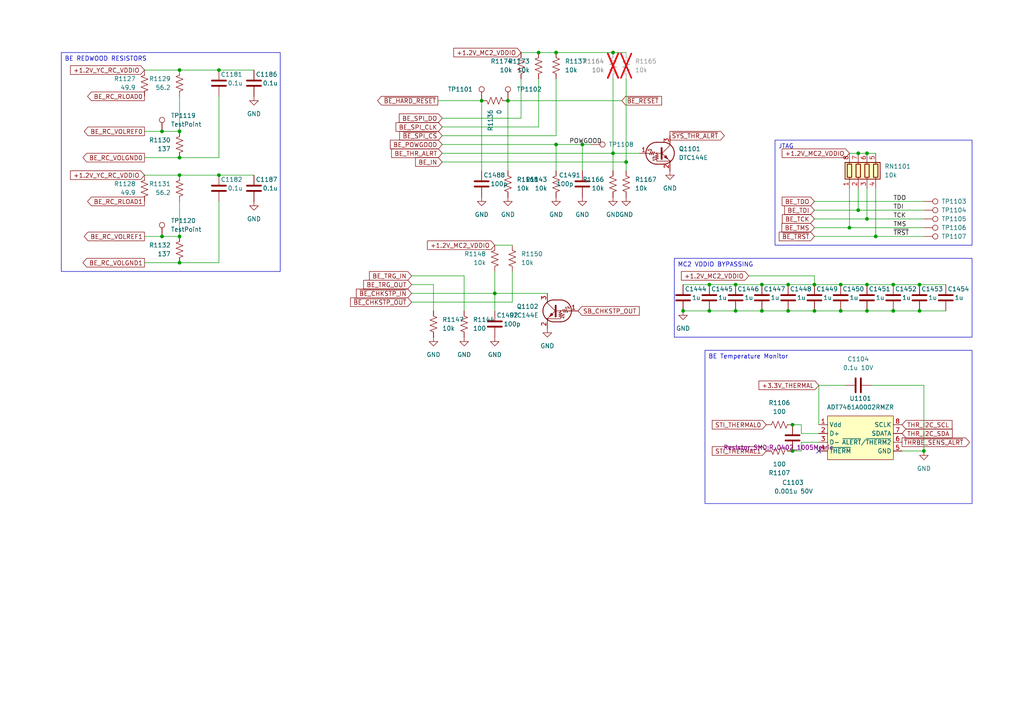
<source format=kicad_sch>
(kicad_sch (version 20231120) (generator "eeschema") (generator_version "8.0")
  (paper "A4")
  (lib_symbols
    (symbol "Connector:TestPoint" (pin_numbers hide) (pin_names (offset 0.762) hide)
      (property "Reference" "TP" (at 0 6.858 0))
      (property "Value" "TestPoint" (at 0 5.08 0))
      (symbol "TestPoint_0_1"
        (circle (center 0 3.302) (radius 0.762))
      )
      (symbol "TestPoint_1_1"
        (pin passive line (at 0 0 90) (length 2.54) (name "1") (number "1"))
      )
    )
    (symbol "Device:C" (pin_numbers hide) (pin_names (offset 0.254))
      (property "Reference" "C" (at 0.635 2.54 0))
      (property "Value" "C" (at 0.635 -2.54 0))
      (symbol "C_0_1"
        (polyline (pts (xy -2.032 -0.762) (xy 2.032 -0.762)) (stroke (width 0.508)))
        (polyline (pts (xy -2.032 0.762) (xy 2.032 0.762)) (stroke (width 0.508)))
      )
      (symbol "C_1_1"
        (pin passive line (at 0 3.81 270) (length 2.794) (name "~") (number "1"))
        (pin passive line (at 0 -3.81 90) (length 2.794) (name "~") (number "2"))
      )
    )
    (symbol "Device:R_Pack04" (pin_names (offset 0) hide)
      (property "Reference" "RN" (at -7.62 0 90))
      (property "Value" "R_Pack04" (at 5.08 0 90))
      (symbol "R_Pack04_0_1"
        (rectangle (start -6.35 -2.413) (end 3.81 2.413) (stroke (width 0.254)) (fill (type background)))
        (rectangle (start -5.715 1.905) (end -4.445 -1.905) (stroke (width 0.254)))
        (rectangle (start -3.175 1.905) (end -1.905 -1.905) (stroke (width 0.254)))
        (rectangle (start -0.635 1.905) (end 0.635 -1.905) (stroke (width 0.254)))
        (polyline (pts (xy -5.08 -2.54) (xy -5.08 -1.905)))
        (polyline (pts (xy -5.08 1.905) (xy -5.08 2.54)))
        (polyline (pts (xy -2.54 -2.54) (xy -2.54 -1.905)))
        (polyline (pts (xy -2.54 1.905) (xy -2.54 2.54)))
        (polyline (pts (xy 0 -2.54) (xy 0 -1.905)))
        (polyline (pts (xy 0 1.905) (xy 0 2.54)))
        (polyline (pts (xy 2.54 -2.54) (xy 2.54 -1.905)))
        (polyline (pts (xy 2.54 1.905) (xy 2.54 2.54)))
        (rectangle (start 1.905 1.905) (end 3.175 -1.905) (stroke (width 0.254)))
      )
      (symbol "R_Pack04_1_1"
        (pin passive line (at -5.08 -5.08 90) (length 2.54) (name "R1.1") (number "1"))
        (pin passive line (at -2.54 -5.08 90) (length 2.54) (name "R2.1") (number "2"))
        (pin passive line (at 0 -5.08 90) (length 2.54) (name "R3.1") (number "3"))
        (pin passive line (at 2.54 -5.08 90) (length 2.54) (name "R4.1") (number "4"))
        (pin passive line (at 2.54 5.08 270) (length 2.54) (name "R4.2") (number "5"))
        (pin passive line (at 0 5.08 270) (length 2.54) (name "R3.2") (number "6"))
        (pin passive line (at -2.54 5.08 270) (length 2.54) (name "R2.2") (number "7"))
        (pin passive line (at -5.08 5.08 270) (length 2.54) (name "R1.2") (number "8"))
      )
    )
    (symbol "Device:R_US" (pin_numbers hide) (pin_names (offset 0))
      (property "Reference" "R" (at 2.54 0 90))
      (property "Value" "R_US" (at -2.54 0 90))
      (symbol "R_US_0_1"
        (polyline (pts (xy 0 -2.286) (xy 0 -2.54)))
        (polyline (pts (xy 0 2.286) (xy 0 2.54)))
        (polyline (pts (xy 0 -0.762) (xy 1.016 -1.143) (xy 0 -1.524) (xy -1.016 -1.905) (xy 0 -2.286)))
        (polyline (pts (xy 0 0.762) (xy 1.016 0.381) (xy 0 0) (xy -1.016 -0.381) (xy 0 -0.762)))
        (polyline (pts (xy 0 2.286) (xy 1.016 1.905) (xy 0 1.524) (xy -1.016 1.143) (xy 0 0.762)))
      )
      (symbol "R_US_1_1"
        (pin passive line (at 0 3.81 270) (length 1.27) (name "~") (number "1"))
        (pin passive line (at 0 -3.81 90) (length 1.27) (name "~") (number "2"))
      )
    )
    (symbol "PS3:ADT7461A"
      (property "Reference" "U" (at 0 0 0))
      (symbol "ADT7461A_0_0"
        (pin power_in line (at -11.43 -3.81 0) (length 2.54) (name "Vdd") (number "1"))
        (pin input line (at -11.43 -6.35 0) (length 2.54) (name "D+") (number "2"))
        (pin input line (at -11.43 -8.89 0) (length 2.54) (name "D-") (number "3"))
        (pin output line (at -11.43 -11.43 0) (length 2.54) (name "~{THERM}") (number "4"))
        (pin power_in line (at 12.7 -11.43 180) (length 2.54) (name "GND") (number "5"))
        (pin output line (at 12.7 -8.89 180) (length 2.54) (name "~{ALERT}/~{THERM2}") (number "6"))
        (pin input line (at 12.7 -6.35 180) (length 2.54) (name "SDATA") (number "7"))
        (pin input line (at 12.7 -3.81 180) (length 2.54) (name "SCLK") (number "8"))
      )
      (symbol "ADT7461A_1_1"
        (rectangle (start -8.89 -1.27) (end 10.16 -13.97) (fill (type background)))
      )
    )
    (symbol "Transistor_BJT:DTC144E" (pin_names (offset 0) hide)
      (property "Reference" "Q" (at 5.08 1.905 0))
      (property "Value" "DTC144E" (at 5.08 0 0))
      (symbol "DTC144E_0_0"
        (text "47k" (at -3.302 0.889 0) (effects (font (size 0.508 0.508))))
        (text "47k" (at -2.159 -1.524 900) (effects (font (size 0.508 0.508))))
      )
      (symbol "DTC144E_0_1"
        (circle (center -1.27 0) (radius 0.127))
        (arc (start -1.27 3.175) (mid -4.4312 0) (end -1.27 -3.175) (stroke (width 0.254)))
        (polyline (pts (xy -3.429 0) (xy -3.81 0)))
        (polyline (pts (xy -1.27 -3.175) (xy 0.635 -3.175)) (stroke (width 0.254)))
        (polyline (pts (xy -1.27 3.175) (xy 0.635 3.175)) (stroke (width 0.254)))
        (polyline (pts (xy 0 -0.254) (xy 2.54 2.286)))
        (polyline (pts (xy 0.127 1.524) (xy 0.127 -1.651)) (stroke (width 0.508)) (fill (type outline)))
        (polyline (pts (xy 2.54 2.286) (xy 2.54 2.54)))
        (polyline (pts (xy 2.54 -2.286) (xy 0 0.254) (xy 0 0.254)))
        (polyline (pts (xy 0.889 -1.143) (xy 1.397 -0.635) (xy 1.905 -1.651) (xy 0.889 -1.143)) (fill (type outline)))
        (polyline (pts (xy 0 0) (xy -1.905 0) (xy -2.032 0.508) (xy -2.286 -0.508) (xy -2.54 0.508) (xy -2.794 -0.508) (xy -3.048 0.508) (xy -3.302 -0.508) (xy -3.429 0)))
        (polyline (pts (xy -1.27 0) (xy -1.27 -0.381) (xy -0.762 -0.508) (xy -1.778 -0.762) (xy -0.762 -1.016) (xy -1.778 -1.27) (xy -0.762 -1.524) (xy -1.778 -1.778) (xy -1.27 -1.905) (xy -1.27 -2.286) (xy 2.54 -2.286)))
        (arc (start 0.635 -3.175) (mid 3.7962 0) (end 0.635 3.175) (stroke (width 0.254)))
        (circle (center 2.54 -2.286) (radius 0.127))
      )
      (symbol "DTC144E_1_1"
        (pin input line (at -6.35 0 0) (length 2.54) (name "B") (number "1"))
        (pin passive line (at 2.54 -5.08 90) (length 2.54) (name "E") (number "2"))
        (pin passive line (at 2.54 5.08 270) (length 2.54) (name "C") (number "3"))
      )
    )
    (symbol "power:GND" (power) (pin_numbers hide) (pin_names (offset 0) hide)
      (property "Value" "GND" (at 0 -3.81 0))
      (symbol "GND_0_1"
        (polyline (pts (xy 0 0) (xy 0 -1.27) (xy 1.27 -1.27) (xy 0 -2.54) (xy -1.27 -1.27) (xy 0 -1.27)))
      )
      (symbol "GND_1_1"
        (pin power_in line (at 0 0 270) (length 0) (name "~") (number "1"))
      )
    )
  )
  (junction (at 251.46 90.17))
  (junction (at 266.7 82.55))
  (junction (at 243.84 82.55))
  (junction (at 266.7 90.17))
  (junction (at 229.87 130.81))
  (junction (at 168.91 41.91))
  (junction (at 147.32 29.21))
  (junction (at 248.92 44.45))
  (junction (at 205.74 82.55))
  (junction (at 259.08 82.55))
  (junction (at 251.46 82.55))
  (junction (at 156.21 15.24))
  (junction (at 246.38 66.04))
  (junction (at 220.98 82.55))
  (junction (at 52.07 20.32))
  (junction (at 63.5 20.32))
  (junction (at 229.87 123.19))
  (junction (at 248.92 60.96))
  (junction (at 198.12 90.17))
  (junction (at 259.08 90.17))
  (junction (at 220.98 90.17))
  (junction (at 139.7 29.21))
  (junction (at 267.97 130.81))
  (junction (at 161.29 15.24))
  (junction (at 205.74 90.17))
  (junction (at 52.07 38.1))
  (junction (at 52.07 76.2))
  (junction (at 177.8 15.24))
  (junction (at 177.8 44.45))
  (junction (at 143.51 85.09))
  (junction (at 161.29 41.91))
  (junction (at 251.46 44.45))
  (junction (at 228.6 82.55))
  (junction (at 213.36 82.55))
  (junction (at 213.36 90.17))
  (junction (at 228.6 90.17))
  (junction (at 236.22 90.17))
  (junction (at 46.99 38.1))
  (junction (at 46.99 68.58))
  (junction (at 254 68.58))
  (junction (at 52.07 68.58))
  (junction (at 243.84 90.17))
  (junction (at 251.46 63.5))
  (junction (at 236.22 82.55))
  (junction (at 181.61 46.99))
  (junction (at 52.07 45.72))
  (junction (at 52.07 50.8))
  (junction (at 63.5 50.8))
  (no_connect (at 237.49 130.81))
  (wire (pts (xy 259.08 90.17) (xy 266.7 90.17)))
  (wire (pts (xy 127 29.21) (xy 139.7 29.21)))
  (wire (pts (xy 177.8 44.45) (xy 177.8 49.53)))
  (wire (pts (xy 237.49 111.76) (xy 237.49 123.19)))
  (wire (pts (xy 232.41 125.73) (xy 232.41 123.19)))
  (wire (pts (xy 198.12 90.17) (xy 205.74 90.17)))
  (wire (pts (xy 143.51 71.12) (xy 148.59 71.12)))
  (wire (pts (xy 52.07 45.72) (xy 63.5 45.72)))
  (wire (pts (xy 248.92 54.61) (xy 248.92 60.96)))
  (wire (pts (xy 236.22 66.04) (xy 246.38 66.04)))
  (wire (pts (xy 41.91 76.2) (xy 52.07 76.2)))
  (wire (pts (xy 161.29 15.24) (xy 177.8 15.24)))
  (wire (pts (xy 119.38 85.09) (xy 143.51 85.09)))
  (wire (pts (xy 267.97 111.76) (xy 267.97 130.81)))
  (wire (pts (xy 213.36 90.17) (xy 220.98 90.17)))
  (wire (pts (xy 63.5 76.2) (xy 63.5 58.42)))
  (wire (pts (xy 143.51 78.74) (xy 143.51 85.09)))
  (wire (pts (xy 252.73 111.76) (xy 267.97 111.76)))
  (wire (pts (xy 139.7 29.21) (xy 139.7 49.53)))
  (wire (pts (xy 158.75 85.09) (xy 143.51 85.09)))
  (wire (pts (xy 119.38 87.63) (xy 148.59 87.63)))
  (wire (pts (xy 254 68.58) (xy 267.97 68.58)))
  (wire (pts (xy 181.61 22.86) (xy 181.61 46.99)))
  (wire (pts (xy 147.32 29.21) (xy 147.32 49.53)))
  (wire (pts (xy 63.5 50.8) (xy 73.66 50.8)))
  (wire (pts (xy 236.22 82.55) (xy 236.22 80.01)))
  (wire (pts (xy 246.38 44.45) (xy 248.92 44.45)))
  (wire (pts (xy 52.07 50.8) (xy 63.5 50.8)))
  (wire (pts (xy 205.74 90.17) (xy 213.36 90.17)))
  (wire (pts (xy 259.08 82.55) (xy 266.7 82.55)))
  (wire (pts (xy 128.27 46.99) (xy 181.61 46.99)))
  (wire (pts (xy 248.92 60.96) (xy 267.97 60.96)))
  (wire (pts (xy 52.07 76.2) (xy 63.5 76.2)))
  (wire (pts (xy 161.29 39.37) (xy 161.29 22.86)))
  (wire (pts (xy 246.38 54.61) (xy 246.38 66.04)))
  (wire (pts (xy 177.8 22.86) (xy 177.8 44.45)))
  (wire (pts (xy 205.74 82.55) (xy 213.36 82.55)))
  (wire (pts (xy 151.13 15.24) (xy 156.21 15.24)))
  (wire (pts (xy 228.6 90.17) (xy 236.22 90.17)))
  (wire (pts (xy 46.99 38.1) (xy 52.07 38.1)))
  (wire (pts (xy 119.38 80.01) (xy 134.62 80.01)))
  (wire (pts (xy 41.91 20.32) (xy 52.07 20.32)))
  (wire (pts (xy 254 54.61) (xy 254 68.58)))
  (wire (pts (xy 41.91 68.58) (xy 46.99 68.58)))
  (wire (pts (xy 52.07 58.42) (xy 52.07 68.58)))
  (wire (pts (xy 41.91 45.72) (xy 52.07 45.72)))
  (wire (pts (xy 119.38 82.55) (xy 125.73 82.55)))
  (wire (pts (xy 177.8 15.24) (xy 181.61 15.24)))
  (wire (pts (xy 147.32 29.21) (xy 180.34 29.21)))
  (wire (pts (xy 236.22 82.55) (xy 243.84 82.55)))
  (wire (pts (xy 246.38 66.04) (xy 267.97 66.04)))
  (wire (pts (xy 251.46 54.61) (xy 251.46 63.5)))
  (wire (pts (xy 128.27 34.29) (xy 151.13 34.29)))
  (wire (pts (xy 236.22 68.58) (xy 254 68.58)))
  (wire (pts (xy 151.13 34.29) (xy 151.13 22.86)))
  (wire (pts (xy 63.5 45.72) (xy 63.5 27.94)))
  (wire (pts (xy 220.98 82.55) (xy 228.6 82.55)))
  (wire (pts (xy 236.22 58.42) (xy 267.97 58.42)))
  (wire (pts (xy 243.84 82.55) (xy 251.46 82.55)))
  (wire (pts (xy 41.91 50.8) (xy 52.07 50.8)))
  (wire (pts (xy 236.22 63.5) (xy 251.46 63.5)))
  (wire (pts (xy 52.07 27.94) (xy 52.07 38.1)))
  (wire (pts (xy 220.98 90.17) (xy 228.6 90.17)))
  (wire (pts (xy 243.84 90.17) (xy 251.46 90.17)))
  (wire (pts (xy 237.49 128.27) (xy 232.41 128.27)))
  (wire (pts (xy 148.59 87.63) (xy 148.59 78.74)))
  (wire (pts (xy 232.41 123.19) (xy 229.87 123.19)))
  (wire (pts (xy 168.91 41.91) (xy 161.29 41.91)))
  (wire (pts (xy 181.61 46.99) (xy 181.61 49.53)))
  (wire (pts (xy 128.27 44.45) (xy 177.8 44.45)))
  (wire (pts (xy 177.8 44.45) (xy 185.42 44.45)))
  (wire (pts (xy 134.62 80.01) (xy 134.62 90.17)))
  (wire (pts (xy 128.27 39.37) (xy 161.29 39.37)))
  (wire (pts (xy 251.46 90.17) (xy 259.08 90.17)))
  (wire (pts (xy 125.73 82.55) (xy 125.73 90.17)))
  (wire (pts (xy 228.6 82.55) (xy 236.22 82.55)))
  (wire (pts (xy 63.5 20.32) (xy 73.66 20.32)))
  (wire (pts (xy 232.41 130.81) (xy 229.87 130.81)))
  (wire (pts (xy 161.29 41.91) (xy 128.27 41.91)))
  (wire (pts (xy 52.07 20.32) (xy 63.5 20.32)))
  (wire (pts (xy 251.46 82.55) (xy 259.08 82.55)))
  (wire (pts (xy 236.22 80.01) (xy 217.17 80.01)))
  (wire (pts (xy 248.92 44.45) (xy 251.46 44.45)))
  (wire (pts (xy 46.99 68.58) (xy 52.07 68.58)))
  (wire (pts (xy 232.41 128.27) (xy 232.41 130.81)))
  (wire (pts (xy 168.91 41.91) (xy 171.45 41.91)))
  (wire (pts (xy 128.27 36.83) (xy 156.21 36.83)))
  (wire (pts (xy 41.91 38.1) (xy 46.99 38.1)))
  (wire (pts (xy 251.46 63.5) (xy 267.97 63.5)))
  (wire (pts (xy 266.7 90.17) (xy 274.32 90.17)))
  (wire (pts (xy 267.97 130.81) (xy 261.62 130.81)))
  (wire (pts (xy 237.49 125.73) (xy 232.41 125.73)))
  (wire (pts (xy 156.21 15.24) (xy 161.29 15.24)))
  (wire (pts (xy 198.12 82.55) (xy 205.74 82.55)))
  (wire (pts (xy 143.51 85.09) (xy 143.51 90.17)))
  (wire (pts (xy 245.11 111.76) (xy 237.49 111.76)))
  (wire (pts (xy 236.22 90.17) (xy 243.84 90.17)))
  (wire (pts (xy 266.7 82.55) (xy 274.32 82.55)))
  (wire (pts (xy 156.21 36.83) (xy 156.21 22.86)))
  (wire (pts (xy 251.46 44.45) (xy 254 44.45)))
  (wire (pts (xy 236.22 60.96) (xy 248.92 60.96)))
  (wire (pts (xy 168.91 49.53) (xy 168.91 41.91)))
  (wire (pts (xy 213.36 82.55) (xy 220.98 82.55)))
  (wire (pts (xy 161.29 49.53) (xy 161.29 41.91)))
  (text_box "JTAG" (at 224.79 40.64 0) (size 57.15 30.48) (effects (font (size 1.27 1.27)) (justify left top)))
  (text_box "BE REDWOOD RESISTORS" (at 17.78 15.24 0) (size 63.5 63.5) (effects (font (size 1.27 1.27)) (justify left top)))
  (text_box "MC2 VDDIO BYPASSING" (at 195.58 74.93 0) (size 86.36 22.86) (effects (font (size 1.27 1.27)) (justify left top)))
  (text_box "BE Temperature Monitor" (at 204.47 101.6 0) (size 77.47 44.45) (effects (font (size 1.27 1.27)) (justify left top)))
  (label "POWGOOD" (at 165.1 41.91 0))
  (label "TCK" (at 259.08 63.5 0))
  (label "TDO" (at 259.08 58.42 0))
  (label "TDI" (at 259.08 60.96 0))
  (label "~{TRST}" (at 259.08 68.58 0))
  (label "TMS" (at 259.08 66.04 0))
  (global_label "+1.2V_MC2_VDDIO" (shape input) (at 151.13 15.24 180) (property "Intersheetrefs" "${INTERSHEET_REFS}" (effects (hide yes))))
  (global_label "BE_TDI" (shape input) (at 236.22 60.96 180) (property "Intersheetrefs" "${INTERSHEET_REFS}" (effects (hide yes))))
  (global_label "SB_CHKSTP_OUT" (shape input) (at 167.64 90.17 0) (property "Intersheetrefs" "${INTERSHEET_REFS}" (effects (hide yes))))
  (global_label "+3.3V_THERMAL" (shape input) (at 237.49 111.76 180) (property "Intersheetrefs" "${INTERSHEET_REFS}" (effects (hide yes))))
  (global_label "BE_SPI_DO" (shape input) (at 128.27 34.29 180) (property "Intersheetrefs" "${INTERSHEET_REFS}" (effects (hide yes))))
  (global_label "+1.2V_YC_RC_VDDIO" (shape input) (at 41.91 50.8 180) (property "Intersheetrefs" "${INTERSHEET_REFS}" (effects (hide yes))))
  (global_label "BE_POWGOOD" (shape input) (at 128.27 41.91 180) (property "Intersheetrefs" "${INTERSHEET_REFS}" (effects (hide yes))))
  (global_label "BE_RC_RLOAD1" (shape output) (at 41.91 58.42 180) (property "Intersheetrefs" "${INTERSHEET_REFS}" (effects (hide yes))))
  (global_label "~{BE_CHKSTP_IN}" (shape input) (at 119.38 85.09 180) (property "Intersheetrefs" "${INTERSHEET_REFS}" (effects (hide yes))))
  (global_label "STI_THERMAL0" (shape input) (at 222.25 123.19 180) (property "Intersheetrefs" "${INTERSHEET_REFS}" (effects (hide yes))))
  (global_label "BE_RC_RLOAD0" (shape output) (at 41.91 27.94 180) (property "Intersheetrefs" "${INTERSHEET_REFS}" (effects (hide yes))))
  (global_label "~{BE_TRST}" (shape input) (at 236.22 68.58 180) (property "Intersheetrefs" "${INTERSHEET_REFS}" (effects (hide yes))))
  (global_label "THR_I2C_SCL" (shape input) (at 261.62 123.19 0) (property "Intersheetrefs" "${INTERSHEET_REFS}" (effects (hide yes))))
  (global_label "~{BE_HARD_RESET}" (shape output) (at 127 29.21 180) (property "Intersheetrefs" "${INTERSHEET_REFS}" (effects (hide yes))))
  (global_label "+1.2V_MC2_VDDIO" (shape input) (at 246.38 44.45 180) (property "Intersheetrefs" "${INTERSHEET_REFS}" (effects (hide yes))))
  (global_label "~{SYS_THR_ALRT}" (shape output) (at 194.31 39.37 0) (property "Intersheetrefs" "${INTERSHEET_REFS}" (effects (hide yes))))
  (global_label "BE_TRG_IN" (shape input) (at 119.38 80.01 180) (property "Intersheetrefs" "${INTERSHEET_REFS}" (effects (hide yes))))
  (global_label "BE_RC_VOLREF1" (shape output) (at 41.91 68.58 180) (property "Intersheetrefs" "${INTERSHEET_REFS}" (effects (hide yes))))
  (global_label "BE_SPI_CLK" (shape input) (at 128.27 36.83 180) (property "Intersheetrefs" "${INTERSHEET_REFS}" (effects (hide yes))))
  (global_label "THR_I2C_SDA" (shape input) (at 261.62 125.73 0) (property "Intersheetrefs" "${INTERSHEET_REFS}" (effects (hide yes))))
  (global_label "STI_THERMAL1" (shape input) (at 222.25 130.81 180) (property "Intersheetrefs" "${INTERSHEET_REFS}" (effects (hide yes))))
  (global_label "BE_THR_ALRT" (shape input) (at 128.27 44.45 180) (property "Intersheetrefs" "${INTERSHEET_REFS}" (effects (hide yes))))
  (global_label "BE_TRG_OUT" (shape input) (at 119.38 82.55 180) (property "Intersheetrefs" "${INTERSHEET_REFS}" (effects (hide yes))))
  (global_label "BE_TCK" (shape input) (at 236.22 63.5 180) (property "Intersheetrefs" "${INTERSHEET_REFS}" (effects (hide yes))))
  (global_label "~{BE_RESET}" (shape input) (at 180.34 29.21 0) (property "Intersheetrefs" "${INTERSHEET_REFS}" (effects (hide yes))))
  (global_label "+1.2V_MC2_VDDIO" (shape input) (at 143.51 71.12 180) (property "Intersheetrefs" "${INTERSHEET_REFS}" (effects (hide yes))))
  (global_label "~{THRBE_SENS_ALRT}" (shape output) (at 261.62 128.27 0) (property "Intersheetrefs" "${INTERSHEET_REFS}" (effects (hide yes))))
  (global_label "~{BE_SPI_CS}" (shape input) (at 128.27 39.37 180) (property "Intersheetrefs" "${INTERSHEET_REFS}" (effects (hide yes))))
  (global_label "BE_RC_VOLREF0" (shape output) (at 41.91 38.1 180) (property "Intersheetrefs" "${INTERSHEET_REFS}" (effects (hide yes))))
  (global_label "BE_TMS" (shape input) (at 236.22 66.04 180) (property "Intersheetrefs" "${INTERSHEET_REFS}" (effects (hide yes))))
  (global_label "BE_TDO" (shape input) (at 236.22 58.42 180) (property "Intersheetrefs" "${INTERSHEET_REFS}" (effects (hide yes))))
  (global_label "+1.2V_MC2_VDDIO" (shape input) (at 217.17 80.01 180) (property "Intersheetrefs" "${INTERSHEET_REFS}" (effects (hide yes))))
  (global_label "BE_IN" (shape input) (at 128.27 46.99 180) (property "Intersheetrefs" "${INTERSHEET_REFS}" (effects (hide yes))))
  (global_label "BE_RC_VOLGND1" (shape output) (at 41.91 76.2 180) (property "Intersheetrefs" "${INTERSHEET_REFS}" (effects (hide yes))))
  (global_label "+1.2V_YC_RC_VDDIO" (shape input) (at 41.91 20.32 180) (property "Intersheetrefs" "${INTERSHEET_REFS}" (effects (hide yes))))
  (global_label "~{BE_CHKSTP_OUT}" (shape input) (at 119.38 87.63 180) (property "Intersheetrefs" "${INTERSHEET_REFS}" (effects (hide yes))))
  (global_label "BE_RC_VOLGND0" (shape output) (at 41.91 45.72 180) (property "Intersheetrefs" "${INTERSHEET_REFS}" (effects (hide yes))))
  (symbol (lib_id "Device:C") (at 73.66 24.13 0) (unit 1)
    (property "Reference" "C1186" (at 74.168 21.59 0) (effects (justify left)))
    (property "Value" "0.1u" (at 76.2 24.13 0) (effects (justify left)))
    (property "Footprint" "Capacitor_SMD:C_0402_1005Metric" (effects (hide yes)))
    (property "Description" "Unpolarized capacitor" (effects (hide yes)))
  )
  (symbol (lib_id "Connector:TestPoint") (at 171.45 41.91 270) (unit 1)
    (property "Reference" "TP1108" (at 176.53 41.91 90) (effects (justify left)))
    (property "Value" "TestPoint" (effects (hide yes)))
    (property "Footprint" "TestPoint:TestPoint_Pad_1.0x1.0mm" (effects (hide yes)))
    (property "Description" "test point" (effects (hide yes)))
  )
  (symbol (lib_id "Connector:TestPoint") (at 267.97 68.58 270) (unit 1)
    (property "Reference" "TP1107" (at 273.05 68.5799 90) (effects (justify left)))
    (property "Value" "TestPoint" (effects (hide yes)))
    (property "Footprint" "TestPoint:TestPoint_Pad_1.0x1.0mm" (effects (hide yes)))
    (property "Description" "test point" (effects (hide yes)))
  )
  (symbol (lib_id "Device:C") (at 63.5 54.61 0) (unit 1)
    (property "Reference" "C1182" (at 64.008 52.07 0) (effects (justify left)))
    (property "Value" "0.1u" (at 66.04 54.61 0) (effects (justify left)))
    (property "Footprint" "Capacitor_SMD:C_0402_1005Metric" (effects (hide yes)))
    (property "Description" "Unpolarized capacitor" (effects (hide yes)))
  )
  (symbol (lib_id "Device:R_US") (at 151.13 19.05 0) (mirror x) (unit 1)
    (property "Reference" "R1174" (at 148.59 17.7799 0) (effects (justify right)))
    (property "Value" "10k" (at 148.59 20.3199 0) (effects (justify right)))
    (property "Footprint" "Resistor_SMD:R_0402_1005Metric" (effects (hide yes)))
    (property "Description" "Resistor, US symbol" (effects (hide yes)))
  )
  (symbol (lib_id "Device:C") (at 205.74 86.36 0) (unit 1)
    (property "Reference" "C1445" (at 206.248 83.82 0) (effects (justify left)))
    (property "Value" "1u" (at 208.28 86.36 0) (effects (justify left)))
    (property "Footprint" "Capacitor_SMD:C_0402_1005Metric" (effects (hide yes)))
    (property "Description" "Unpolarized capacitor" (effects (hide yes)))
  )
  (symbol (lib_id "Device:R_US") (at 41.91 54.61 0) (mirror x) (unit 1)
    (property "Reference" "R1128" (at 39.37 53.3399 0) (effects (justify right)))
    (property "Value" "49.9" (at 39.37 55.8799 0) (effects (justify right)))
    (property "Footprint" "Resistor_SMD:R_0402_1005Metric" (effects (hide yes)))
    (property "Description" "Resistor, US symbol" (effects (hide yes)))
  )
  (symbol (lib_id "Device:R_US") (at 148.59 74.93 180) (unit 1)
    (property "Reference" "R1150" (at 151.13 73.6599 0) (effects (justify right)))
    (property "Value" "10k" (at 151.13 76.1999 0) (effects (justify right)))
    (property "Footprint" "Resistor_SMD:R_0402_1005Metric" (effects (hide yes)))
    (property "Description" "Resistor, US symbol" (effects (hide yes)))
  )
  (symbol (lib_id "Device:R_US") (at 147.32 53.34 180) (unit 1)
    (property "Reference" "R1168" (at 149.86 52.0699 0) (effects (justify right)))
    (property "Value" "10k" (at 149.86 54.6099 0) (effects (justify right)))
    (property "Footprint" "Resistor_SMD:R_0402_1005Metric" (effects (hide yes)))
    (property "Description" "Resistor, US symbol" (effects (hide yes)))
  )
  (symbol (lib_id "Device:R_US") (at 226.06 123.19 90) (unit 1)
    (property "Reference" "R1106" (at 226.06 116.84 90))
    (property "Value" "100" (at 226.06 119.38 90))
    (property "Footprint" "Resistor_SMD:R_0402_1005Metric" (effects (hide yes)))
    (property "Description" "Resistor, US symbol" (effects (hide yes)))
  )
  (symbol (lib_id "Device:R_Pack04") (at 251.46 49.53 0) (unit 1)
    (property "Reference" "RN1101" (at 256.54 48.2599 0) (effects (justify left)))
    (property "Value" "10k" (at 256.54 50.7999 0) (effects (justify left)))
    (property "Footprint" "Resistor_SMD:R_Array_Convex_4x0402" (effects (hide yes)))
    (property "Description" "4 resistor network, parallel topology" (effects (hide yes)))
  )
  (symbol (lib_id "Device:R_US") (at 52.07 72.39 0) (mirror x) (unit 1)
    (property "Reference" "R1132" (at 49.53 71.1199 0) (effects (justify right)))
    (property "Value" "137" (at 49.53 73.6599 0) (effects (justify right)))
    (property "Footprint" "Resistor_SMD:R_0402_1005Metric" (effects (hide yes)))
    (property "Description" "Resistor, US symbol" (effects (hide yes)))
  )
  (symbol (lib_id "Device:C") (at 248.92 111.76 90) (unit 1)
    (property "Reference" "C1104" (at 248.92 104.14 90))
    (property "Value" "0.1u 10V" (at 248.92 106.68 90))
    (property "Footprint" "Capacitor_SMD:C_0402_1005Metric" (effects (hide yes)))
    (property "Description" "Unpolarized capacitor" (effects (hide yes)))
  )
  (symbol (lib_id "Device:C") (at 228.6 86.36 0) (unit 1)
    (property "Reference" "C1448" (at 229.108 83.82 0) (effects (justify left)))
    (property "Value" "1u" (at 231.14 86.36 0) (effects (justify left)))
    (property "Footprint" "Capacitor_SMD:C_0402_1005Metric" (effects (hide yes)))
    (property "Description" "Unpolarized capacitor" (effects (hide yes)))
  )
  (symbol (lib_id "power:GND") (at 158.75 95.25 0) (mirror y) (unit 1)
    (property "Reference" "#PWR0154" (effects (hide yes)))
    (property "Value" "GND" (at 158.75 100.33 0))
    (property "Description" "Power symbol creates a global label with name \"GND\" , ground" (effects (hide yes)))
  )
  (symbol (lib_id "Connector:TestPoint") (at 46.99 68.58 0) (unit 1)
    (property "Reference" "TP1120" (at 49.53 64.0079 0) (effects (justify left)))
    (property "Value" "TestPoint" (at 49.53 66.5479 0) (effects (justify left)))
    (property "Footprint" "TestPoint:TestPoint_Pad_1.0x1.0mm" (effects (hide yes)))
    (property "Description" "test point" (effects (hide yes)))
  )
  (symbol (lib_id "Transistor_BJT:DTC144E") (at 161.29 90.17 0) (mirror y) (unit 1)
    (property "Reference" "Q1102" (at 156.21 88.8999 0) (effects (justify left)))
    (property "Value" "DTC144E" (at 156.21 91.4399 0) (effects (justify left)))
    (property "Footprint" "Package_TO_SOT_SMD:SOT-323_SC-70" (effects (hide yes)))
    (property "Description" "Digital NPN Transistor, 47k/47k, SOT-23" (effects (hide yes)))
  )
  (symbol (lib_id "Device:C") (at 274.32 86.36 0) (unit 1)
    (property "Reference" "C1454" (at 274.828 83.82 0) (effects (justify left)))
    (property "Value" "1u" (at 276.86 86.36 0) (effects (justify left)))
    (property "Footprint" "Capacitor_SMD:C_0402_1005Metric" (effects (hide yes)))
    (property "Description" "Unpolarized capacitor" (effects (hide yes)))
  )
  (symbol (lib_id "Device:R_US") (at 161.29 53.34 0) (mirror x) (unit 1)
    (property "Reference" "R1143" (at 158.75 52.0699 0) (effects (justify right)))
    (property "Value" "10k" (at 158.75 54.6099 0) (effects (justify right)))
    (property "Footprint" "Resistor_SMD:R_0402_1005Metric" (effects (hide yes)))
    (property "Description" "Resistor, US symbol" (effects (hide yes)))
  )
  (symbol (lib_id "Connector:TestPoint") (at 267.97 60.96 270) (unit 1)
    (property "Reference" "TP1104" (at 273.05 60.9599 90) (effects (justify left)))
    (property "Value" "TestPoint" (effects (hide yes)))
    (property "Footprint" "TestPoint:TestPoint_Pad_1.0x1.0mm" (effects (hide yes)))
    (property "Description" "test point" (effects (hide yes)))
  )
  (symbol (lib_id "power:GND") (at 168.91 57.15 0) (mirror y) (unit 1)
    (property "Reference" "#PWR0161" (effects (hide yes)))
    (property "Value" "GND" (at 168.91 62.23 0))
    (property "Description" "Power symbol creates a global label with name \"GND\" , ground" (effects (hide yes)))
  )
  (symbol (lib_id "Device:R_US") (at 156.21 19.05 0) (mirror x) (unit 1)
    (property "Reference" "R1173" (at 153.67 17.7799 0) (effects (justify right)))
    (property "Value" "10k" (at 153.67 20.3199 0) (effects (justify right)))
    (property "Footprint" "Resistor_SMD:R_0402_1005Metric" (effects (hide yes)))
    (property "Description" "Resistor, US symbol" (effects (hide yes)))
  )
  (symbol (lib_id "Device:R_US") (at 177.8 53.34 0) (mirror x) (unit 1)
    (property "Reference" "R1166" (at 175.26 52.0699 0) (effects (justify right)))
    (property "Value" "10k" (at 175.26 54.6099 0) (effects (justify right)))
    (property "Footprint" "Resistor_SMD:R_0402_1005Metric" (effects (hide yes)))
    (property "Description" "Resistor, US symbol" (effects (hide yes)))
  )
  (symbol (lib_id "Connector:TestPoint") (at 267.97 66.04 270) (unit 1)
    (property "Reference" "TP1106" (at 273.05 66.0399 90) (effects (justify left)))
    (property "Value" "TestPoint" (effects (hide yes)))
    (property "Footprint" "TestPoint:TestPoint_Pad_1.0x1.0mm" (effects (hide yes)))
    (property "Description" "test point" (effects (hide yes)))
  )
  (symbol (lib_id "Device:C") (at 139.7 53.34 0) (unit 1)
    (property "Reference" "C1488" (at 140.208 50.8 0) (effects (justify left)))
    (property "Value" "100p" (at 142.24 53.34 0) (effects (justify left)))
    (property "Footprint" "Capacitor_SMD:C_0402_1005Metric" (effects (hide yes)))
    (property "Description" "Unpolarized capacitor" (effects (hide yes)))
  )
  (symbol (lib_id "Device:C") (at 73.66 54.61 0) (unit 1)
    (property "Reference" "C1187" (at 74.168 52.07 0) (effects (justify left)))
    (property "Value" "0.1u" (at 76.2 54.61 0) (effects (justify left)))
    (property "Footprint" "Capacitor_SMD:C_0402_1005Metric" (effects (hide yes)))
    (property "Description" "Unpolarized capacitor" (effects (hide yes)))
  )
  (symbol (lib_id "power:GND") (at 143.51 97.79 0) (mirror y) (unit 1)
    (property "Reference" "#PWR0155" (effects (hide yes)))
    (property "Value" "GND" (at 143.51 102.87 0))
    (property "Description" "Power symbol creates a global label with name \"GND\" , ground" (effects (hide yes)))
  )
  (symbol (lib_id "Device:C") (at 63.5 24.13 0) (unit 1)
    (property "Reference" "C1181" (at 64.008 21.59 0) (effects (justify left)))
    (property "Value" "0.1u" (at 66.04 24.13 0) (effects (justify left)))
    (property "Footprint" "Capacitor_SMD:C_0402_1005Metric" (effects (hide yes)))
    (property "Description" "Unpolarized capacitor" (effects (hide yes)))
  )
  (symbol (lib_id "Device:C") (at 236.22 86.36 0) (unit 1)
    (property "Reference" "C1449" (at 236.728 83.82 0) (effects (justify left)))
    (property "Value" "1u" (at 238.76 86.36 0) (effects (justify left)))
    (property "Footprint" "Capacitor_SMD:C_0402_1005Metric" (effects (hide yes)))
    (property "Description" "Unpolarized capacitor" (effects (hide yes)))
  )
  (symbol (lib_id "PS3:ADT7461A") (at 248.92 119.38 0) (unit 1)
    (property "Reference" "U1101" (at 249.555 115.57 0))
    (property "Value" "ADT7461A0002RMZR" (at 249.555 118.11 0))
    (property "Footprint" "Package_SO:MSOP-8_3x3mm_P0.65mm" (effects (hide yes)))
    (property "Datasheet" "https://www.onsemi.com/pdf/datasheet/adt7461a-d.pdf" (effects (hide yes)))
  )
  (symbol (lib_id "power:GND") (at 139.7 57.15 0) (mirror y) (unit 1)
    (property "Reference" "#PWR0158" (effects (hide yes)))
    (property "Value" "GND" (at 139.7 62.23 0))
    (property "Description" "Power symbol creates a global label with name \"GND\" , ground" (effects (hide yes)))
  )
  (symbol (lib_id "Connector:TestPoint") (at 46.99 38.1 0) (unit 1)
    (property "Reference" "TP1119" (at 49.53 33.5279 0) (effects (justify left)))
    (property "Value" "TestPoint" (at 49.53 36.0679 0) (effects (justify left)))
    (property "Footprint" "TestPoint:TestPoint_Pad_1.0x1.0mm" (effects (hide yes)))
    (property "Description" "test point" (effects (hide yes)))
  )
  (symbol (lib_id "power:GND") (at 73.66 58.42 0) (mirror y) (unit 1)
    (property "Reference" "#PWR0162" (effects (hide yes)))
    (property "Value" "GND" (at 73.66 63.5 0))
    (property "Description" "Power symbol creates a global label with name \"GND\" , ground" (effects (hide yes)))
  )
  (symbol (lib_id "Device:R_US") (at 41.91 24.13 0) (mirror x) (unit 1)
    (property "Reference" "R1127" (at 39.37 22.8599 0) (effects (justify right)))
    (property "Value" "49.9" (at 39.37 25.3999 0) (effects (justify right)))
    (property "Footprint" "Resistor_SMD:R_0402_1005Metric" (effects (hide yes)))
    (property "Description" "Resistor, US symbol" (effects (hide yes)))
  )
  (symbol (lib_id "power:GND") (at 125.73 97.79 0) (mirror y) (unit 1)
    (property "Reference" "#PWR0157" (effects (hide yes)))
    (property "Value" "GND" (at 125.73 102.87 0))
    (property "Description" "Power symbol creates a global label with name \"GND\" , ground" (effects (hide yes)))
  )
  (symbol (lib_id "Device:R_US") (at 143.51 29.21 270) (mirror x) (unit 1)
    (property "Reference" "R1136" (at 142.2399 31.75 0) (effects (justify right)))
    (property "Value" "0" (at 144.7799 31.75 0) (effects (justify right)))
    (property "Footprint" "Resistor_SMD:R_0402_1005Metric" (effects (hide yes)))
    (property "Description" "Resistor, US symbol" (effects (hide yes)))
  )
  (symbol (lib_id "Device:C") (at 243.84 86.36 0) (unit 1)
    (property "Reference" "C1450" (at 244.348 83.82 0) (effects (justify left)))
    (property "Value" "1u" (at 246.38 86.36 0) (effects (justify left)))
    (property "Footprint" "Capacitor_SMD:C_0402_1005Metric" (effects (hide yes)))
    (property "Description" "Unpolarized capacitor" (effects (hide yes)))
  )
  (symbol (lib_id "power:GND") (at 194.31 49.53 0) (unit 1)
    (property "Reference" "#PWR0153" (effects (hide yes)))
    (property "Value" "GND" (at 194.31 54.61 0))
    (property "Description" "Power symbol creates a global label with name \"GND\" , ground" (effects (hide yes)))
  )
  (symbol (lib_id "Device:R_US") (at 177.8 19.05 0) (mirror x) (unit 1) (in_bom no) (dnp yes)
    (property "Reference" "R1164" (at 175.26 17.7799 0) (effects (justify right)))
    (property "Value" "10k" (at 175.26 20.3199 0) (effects (justify right)))
    (property "Footprint" "Resistor_SMD:R_0402_1005Metric" (effects (hide yes)))
    (property "Description" "Resistor, US symbol" (effects (hide yes)))
  )
  (symbol (lib_id "Device:C") (at 259.08 86.36 0) (unit 1)
    (property "Reference" "C1452" (at 259.588 83.82 0) (effects (justify left)))
    (property "Value" "1u" (at 261.62 86.36 0) (effects (justify left)))
    (property "Footprint" "Capacitor_SMD:C_0402_1005Metric" (effects (hide yes)))
    (property "Description" "Unpolarized capacitor" (effects (hide yes)))
  )
  (symbol (lib_id "Device:C") (at 251.46 86.36 0) (unit 1)
    (property "Reference" "C1451" (at 251.968 83.82 0) (effects (justify left)))
    (property "Value" "1u" (at 254 86.36 0) (effects (justify left)))
    (property "Footprint" "Capacitor_SMD:C_0402_1005Metric" (effects (hide yes)))
    (property "Description" "Unpolarized capacitor" (effects (hide yes)))
  )
  (symbol (lib_id "power:GND") (at 198.12 90.17 0) (unit 1)
    (property "Reference" "#PWR0152" (effects (hide yes)))
    (property "Value" "GND" (at 198.12 95.25 0))
    (property "Description" "Power symbol creates a global label with name \"GND\" , ground" (effects (hide yes)))
  )
  (symbol (lib_id "power:GND") (at 147.32 57.15 0) (mirror y) (unit 1)
    (property "Reference" "#PWR0159" (effects (hide yes)))
    (property "Value" "GND" (at 147.32 62.23 0))
    (property "Description" "Power symbol creates a global label with name \"GND\" , ground" (effects (hide yes)))
  )
  (symbol (lib_id "Device:R_US") (at 143.51 74.93 0) (mirror x) (unit 1)
    (property "Reference" "R1148" (at 140.97 73.6599 0) (effects (justify right)))
    (property "Value" "10k" (at 140.97 76.1999 0) (effects (justify right)))
    (property "Footprint" "Resistor_SMD:R_0402_1005Metric" (effects (hide yes)))
    (property "Description" "Resistor, US symbol" (effects (hide yes)))
  )
  (symbol (lib_id "power:GND") (at 267.97 130.81 0) (unit 1)
    (property "Reference" "#PWR016" (effects (hide yes)))
    (property "Value" "GND" (at 267.97 135.89 0))
    (property "Description" "Power symbol creates a global label with name \"GND\" , ground" (effects (hide yes)))
  )
  (symbol (lib_id "power:GND") (at 161.29 57.15 0) (mirror y) (unit 1)
    (property "Reference" "#PWR0160" (effects (hide yes)))
    (property "Value" "GND" (at 161.29 62.23 0))
    (property "Description" "Power symbol creates a global label with name \"GND\" , ground" (effects (hide yes)))
  )
  (symbol (lib_id "Device:C") (at 229.87 127 180) (unit 1)
    (property "Reference" "C1103" (at 226.822 139.954 0) (effects (justify right)))
    (property "Value" "0.001u 50V" (at 224.536 142.494 0) (effects (justify right)))
    (property "Footprint" "Capacitor_SMD:C_0402_1005Metric" (effects (hide yes)))
    (property "Description" "Unpolarized capacitor" (effects (hide yes)))
  )
  (symbol (lib_id "Device:R_US") (at 161.29 19.05 180) (unit 1)
    (property "Reference" "R1137" (at 163.83 17.7799 0) (effects (justify right)))
    (property "Value" "10k" (at 163.83 20.3199 0) (effects (justify right)))
    (property "Footprint" "Resistor_SMD:R_0402_1005Metric" (effects (hide yes)))
    (property "Description" "Resistor, US symbol" (effects (hide yes)))
  )
  (symbol (lib_id "Device:C") (at 213.36 86.36 0) (unit 1)
    (property "Reference" "C1446" (at 213.868 83.82 0) (effects (justify left)))
    (property "Value" "1u" (at 215.9 86.36 0) (effects (justify left)))
    (property "Footprint" "Capacitor_SMD:C_0402_1005Metric" (effects (hide yes)))
    (property "Description" "Unpolarized capacitor" (effects (hide yes)))
  )
  (symbol (lib_id "Device:R_US") (at 226.06 130.81 270) (mirror x) (unit 1)
    (property "Reference" "R1107" (at 226.06 137.16 90))
    (property "Value" "100" (at 226.06 134.62 90))
    (property "Footprint" "Resistor_SMD:R_0402_1005Metric" (at 225.806 129.794 90))
    (property "Description" "Resistor, US symbol" (effects (hide yes)))
  )
  (symbol (lib_id "Connector:TestPoint") (at 139.7 29.21 0) (mirror y) (unit 1)
    (property "Reference" "TP1101" (at 137.16 25.9079 0) (effects (justify left)))
    (property "Value" "TestPoint" (effects (hide yes)))
    (property "Footprint" "TestPoint:TestPoint_Pad_1.0x1.0mm" (effects (hide yes)))
    (property "Description" "test point" (effects (hide yes)))
  )
  (symbol (lib_id "power:GND") (at 134.62 97.79 0) (mirror y) (unit 1)
    (property "Reference" "#PWR0156" (effects (hide yes)))
    (property "Value" "GND" (at 134.62 102.87 0))
    (property "Description" "Power symbol creates a global label with name \"GND\" , ground" (effects (hide yes)))
  )
  (symbol (lib_id "power:GND") (at 177.8 57.15 0) (mirror y) (unit 1)
    (property "Reference" "#PWR0172" (effects (hide yes)))
    (property "Value" "GND" (at 177.8 62.23 0))
    (property "Description" "Power symbol creates a global label with name \"GND\" , ground" (effects (hide yes)))
  )
  (symbol (lib_id "Device:R_US") (at 181.61 53.34 180) (unit 1)
    (property "Reference" "R1167" (at 184.15 52.0699 0) (effects (justify right)))
    (property "Value" "10k" (at 184.15 54.6099 0) (effects (justify right)))
    (property "Footprint" "Resistor_SMD:R_0402_1005Metric" (effects (hide yes)))
    (property "Description" "Resistor, US symbol" (effects (hide yes)))
  )
  (symbol (lib_id "Device:C") (at 143.51 93.98 0) (unit 1)
    (property "Reference" "C1492" (at 144.018 91.44 0) (effects (justify left)))
    (property "Value" "100p" (at 146.05 93.98 0) (effects (justify left)))
    (property "Footprint" "Capacitor_SMD:C_0402_1005Metric" (effects (hide yes)))
    (property "Description" "Unpolarized capacitor" (effects (hide yes)))
  )
  (symbol (lib_id "power:GND") (at 181.61 57.15 0) (mirror y) (unit 1)
    (property "Reference" "#PWR0173" (effects (hide yes)))
    (property "Value" "GND" (at 181.61 62.23 0))
    (property "Description" "Power symbol creates a global label with name \"GND\" , ground" (effects (hide yes)))
  )
  (symbol (lib_id "Device:C") (at 220.98 86.36 0) (unit 1)
    (property "Reference" "C1447" (at 221.488 83.82 0) (effects (justify left)))
    (property "Value" "1u" (at 223.52 86.36 0) (effects (justify left)))
    (property "Footprint" "Capacitor_SMD:C_0402_1005Metric" (effects (hide yes)))
    (property "Description" "Unpolarized capacitor" (effects (hide yes)))
  )
  (symbol (lib_id "Device:R_US") (at 52.07 41.91 0) (mirror x) (unit 1)
    (property "Reference" "R1130" (at 49.53 40.6399 0) (effects (justify right)))
    (property "Value" "137" (at 49.53 43.1799 0) (effects (justify right)))
    (property "Footprint" "Resistor_SMD:R_0402_1005Metric" (effects (hide yes)))
    (property "Description" "Resistor, US symbol" (effects (hide yes)))
  )
  (symbol (lib_id "Connector:TestPoint") (at 147.32 29.21 0) (unit 1)
    (property "Reference" "TP1102" (at 149.86 25.9079 0) (effects (justify left)))
    (property "Value" "TestPoint" (effects (hide yes)))
    (property "Footprint" "TestPoint:TestPoint_Pad_1.0x1.0mm" (effects (hide yes)))
    (property "Description" "test point" (effects (hide yes)))
  )
  (symbol (lib_id "power:GND") (at 73.66 27.94 0) (mirror y) (unit 1)
    (property "Reference" "#PWR0163" (effects (hide yes)))
    (property "Value" "GND" (at 73.66 33.02 0))
    (property "Description" "Power symbol creates a global label with name \"GND\" , ground" (effects (hide yes)))
  )
  (symbol (lib_id "Transistor_BJT:DTC144E") (at 191.77 44.45 0) (unit 1)
    (property "Reference" "Q1101" (at 196.85 43.1799 0) (effects (justify left)))
    (property "Value" "DTC144E" (at 196.85 45.7199 0) (effects (justify left)))
    (property "Footprint" "Package_TO_SOT_SMD:SOT-323_SC-70" (effects (hide yes)))
    (property "Description" "Digital NPN Transistor, 47k/47k, SOT-23" (effects (hide yes)))
  )
  (symbol (lib_id "Device:C") (at 266.7 86.36 0) (unit 1)
    (property "Reference" "C1453" (at 267.208 83.82 0) (effects (justify left)))
    (property "Value" "1u" (at 269.24 86.36 0) (effects (justify left)))
    (property "Footprint" "Capacitor_SMD:C_0402_1005Metric" (effects (hide yes)))
    (property "Description" "Unpolarized capacitor" (effects (hide yes)))
  )
  (symbol (lib_id "Device:R_US") (at 52.07 24.13 0) (mirror x) (unit 1)
    (property "Reference" "R1129" (at 49.53 22.8599 0) (effects (justify right)))
    (property "Value" "56.2" (at 49.53 25.3999 0) (effects (justify right)))
    (property "Footprint" "Resistor_SMD:R_0402_1005Metric" (effects (hide yes)))
    (property "Description" "Resistor, US symbol" (effects (hide yes)))
  )
  (symbol (lib_id "Connector:TestPoint") (at 267.97 58.42 270) (unit 1)
    (property "Reference" "TP1103" (at 273.05 58.4199 90) (effects (justify left)))
    (property "Value" "TestPoint" (effects (hide yes)))
    (property "Footprint" "TestPoint:TestPoint_Pad_1.0x1.0mm" (effects (hide yes)))
    (property "Description" "test point" (effects (hide yes)))
  )
  (symbol (lib_id "Device:R_US") (at 134.62 93.98 180) (unit 1)
    (property "Reference" "R1144" (at 137.16 92.7099 0) (effects (justify right)))
    (property "Value" "100" (at 137.16 95.2499 0) (effects (justify right)))
    (property "Footprint" "Resistor_SMD:R_0402_1005Metric" (effects (hide yes)))
    (property "Description" "Resistor, US symbol" (effects (hide yes)))
  )
  (symbol (lib_id "Device:C") (at 168.91 53.34 0) (mirror y) (unit 1)
    (property "Reference" "C1491" (at 168.402 50.8 0) (effects (justify left)))
    (property "Value" "100p" (at 166.37 53.34 0) (effects (justify left)))
    (property "Footprint" "Capacitor_SMD:C_0402_1005Metric" (effects (hide yes)))
    (property "Description" "Unpolarized capacitor" (effects (hide yes)))
  )
  (symbol (lib_id "Device:R_US") (at 125.73 93.98 180) (unit 1)
    (property "Reference" "R1147" (at 128.27 92.7099 0) (effects (justify right)))
    (property "Value" "10k" (at 128.27 95.2499 0) (effects (justify right)))
    (property "Footprint" "Resistor_SMD:R_0402_1005Metric" (effects (hide yes)))
    (property "Description" "Resistor, US symbol" (effects (hide yes)))
  )
  (symbol (lib_id "Device:C") (at 198.12 86.36 0) (unit 1)
    (property "Reference" "C1444" (at 198.628 83.82 0) (effects (justify left)))
    (property "Value" "1u" (at 200.66 86.36 0) (effects (justify left)))
    (property "Footprint" "Capacitor_SMD:C_0402_1005Metric" (effects (hide yes)))
    (property "Description" "Unpolarized capacitor" (effects (hide yes)))
  )
  (symbol (lib_id "Device:R_US") (at 181.61 19.05 180) (unit 1) (in_bom no) (dnp yes)
    (property "Reference" "R1165" (at 184.15 17.7799 0) (effects (justify right)))
    (property "Value" "10k" (at 184.15 20.3199 0) (effects (justify right)))
    (property "Footprint" "Resistor_SMD:R_0402_1005Metric" (effects (hide yes)))
    (property "Description" "Resistor, US symbol" (effects (hide yes)))
  )
  (symbol (lib_id "Device:R_US") (at 52.07 54.61 0) (mirror x) (unit 1)
    (property "Reference" "R1131" (at 49.53 53.3399 0) (effects (justify right)))
    (property "Value" "56.2" (at 49.53 55.8799 0) (effects (justify right)))
    (property "Footprint" "Resistor_SMD:R_0402_1005Metric" (effects (hide yes)))
    (property "Description" "Resistor, US symbol" (effects (hide yes)))
  )
  (symbol (lib_id "Connector:TestPoint") (at 267.97 63.5 270) (unit 1)
    (property "Reference" "TP1105" (at 273.05 63.4999 90) (effects (justify left)))
    (property "Value" "TestPoint" (effects (hide yes)))
    (property "Footprint" "TestPoint:TestPoint_Pad_1.0x1.0mm" (effects (hide yes)))
    (property "Description" "test point" (effects (hide yes)))
  )
)
</source>
